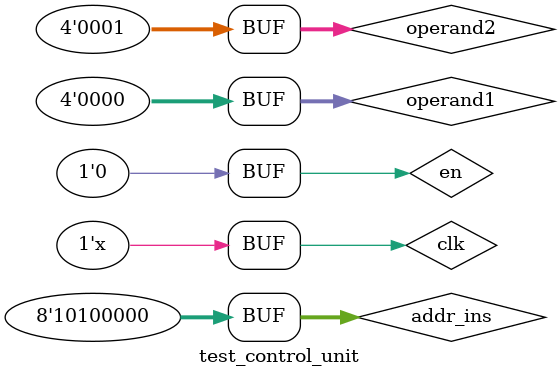
<source format=v>
`timescale 1ns / 1ps


module test_control_unit;

	// Inputs
	reg [7:0] addr_ins;
	reg [3:0] operand1;
	reg [3:0] operand2;
	reg en;
	reg clk;

	// Outputs
	wire [39:0] data_out;

	// Instantiate the Unit Under Test (UUT)
	control_unit uut (
		.addr_ins(addr_ins), 
		.operand1(operand1), 
		.operand2(operand2), 
		.en(en), 
		.clk(clk), 
		.data_out(data_out)
	);
	
	always begin
	#5 clk=~clk;
	
	end

	initial begin
		// Initialize Inputs
		addr_ins = 0;
		operand1 = 0;
		operand2 = 0;
		en = 0;
		clk = 0;

		// Wait 100 ns for global reset to finish
		#100;
		operand1 = 4'b0000;
		operand2 = 4'b0001;
      addr_ins = 9'b0010100000;
		
//		#100;
//      addr_ins = 8'b010100001;
		// Add stimulus here

	end
      
endmodule


</source>
